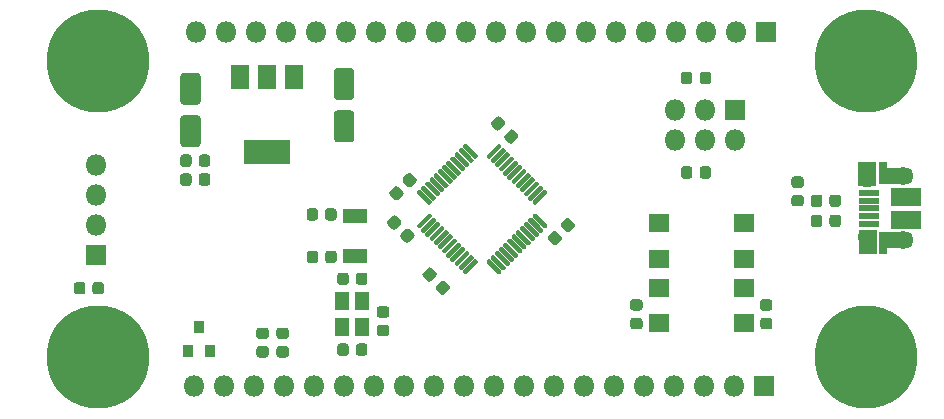
<source format=gbr>
%TF.GenerationSoftware,KiCad,Pcbnew,(5.1.6)-1*%
%TF.CreationDate,2021-01-24T21:28:57-06:00*%
%TF.ProjectId,nix-pill-v1,6e69782d-7069-46c6-9c2d-76312e6b6963,rev?*%
%TF.SameCoordinates,Original*%
%TF.FileFunction,Soldermask,Top*%
%TF.FilePolarity,Negative*%
%FSLAX46Y46*%
G04 Gerber Fmt 4.6, Leading zero omitted, Abs format (unit mm)*
G04 Created by KiCad (PCBNEW (5.1.6)-1) date 2021-01-24 21:28:57*
%MOMM*%
%LPD*%
G01*
G04 APERTURE LIST*
%ADD10C,1.000000*%
%ADD11C,8.700000*%
%ADD12R,0.900000X1.000000*%
%ADD13O,1.800000X1.800000*%
%ADD14R,1.800000X1.800000*%
%ADD15R,2.100000X1.450000*%
%ADD16R,0.800000X1.925000*%
%ADD17R,1.600000X2.100000*%
%ADD18R,1.750000X0.500000*%
%ADD19O,1.600000X1.200000*%
%ADD20O,1.800000X1.450000*%
%ADD21R,2.600000X1.530000*%
%ADD22R,1.700000X1.500000*%
%ADD23R,3.900000X2.100000*%
%ADD24R,2.000000X1.200000*%
%ADD25R,1.300000X1.500000*%
G04 APERTURE END LIST*
D10*
%TO.C,H4*%
X107280419Y-127719581D03*
X105000000Y-126775000D03*
X102719581Y-127719581D03*
X101775000Y-130000000D03*
X102719581Y-132280419D03*
X105000000Y-133225000D03*
X107280419Y-132280419D03*
X108225000Y-130000000D03*
D11*
X105000000Y-130000000D03*
%TD*%
D10*
%TO.C,H3*%
X172280419Y-127719581D03*
X170000000Y-126775000D03*
X167719581Y-127719581D03*
X166775000Y-130000000D03*
X167719581Y-132280419D03*
X170000000Y-133225000D03*
X172280419Y-132280419D03*
X173225000Y-130000000D03*
D11*
X170000000Y-130000000D03*
%TD*%
D10*
%TO.C,H2*%
X172280419Y-102719581D03*
X170000000Y-101775000D03*
X167719581Y-102719581D03*
X166775000Y-105000000D03*
X167719581Y-107280419D03*
X170000000Y-108225000D03*
X172280419Y-107280419D03*
X173225000Y-105000000D03*
D11*
X170000000Y-105000000D03*
%TD*%
D10*
%TO.C,H1*%
X107280419Y-102719581D03*
X105000000Y-101775000D03*
X102719581Y-102719581D03*
X101775000Y-105000000D03*
X102719581Y-107280419D03*
X105000000Y-108225000D03*
X107280419Y-107280419D03*
X108225000Y-105000000D03*
D11*
X105000000Y-105000000D03*
%TD*%
%TO.C,C1*%
G36*
G01*
X105475000Y-123918750D02*
X105475000Y-124481250D01*
G75*
G02*
X105231250Y-124725000I-243750J0D01*
G01*
X104743750Y-124725000D01*
G75*
G02*
X104500000Y-124481250I0J243750D01*
G01*
X104500000Y-123918750D01*
G75*
G02*
X104743750Y-123675000I243750J0D01*
G01*
X105231250Y-123675000D01*
G75*
G02*
X105475000Y-123918750I0J-243750D01*
G01*
G37*
G36*
G01*
X103900000Y-123918750D02*
X103900000Y-124481250D01*
G75*
G02*
X103656250Y-124725000I-243750J0D01*
G01*
X103168750Y-124725000D01*
G75*
G02*
X102925000Y-124481250I0J243750D01*
G01*
X102925000Y-123918750D01*
G75*
G02*
X103168750Y-123675000I243750J0D01*
G01*
X103656250Y-123675000D01*
G75*
G02*
X103900000Y-123918750I0J-243750D01*
G01*
G37*
%TD*%
%TO.C,C2*%
G36*
G01*
X125175000Y-117668750D02*
X125175000Y-118231250D01*
G75*
G02*
X124931250Y-118475000I-243750J0D01*
G01*
X124443750Y-118475000D01*
G75*
G02*
X124200000Y-118231250I0J243750D01*
G01*
X124200000Y-117668750D01*
G75*
G02*
X124443750Y-117425000I243750J0D01*
G01*
X124931250Y-117425000D01*
G75*
G02*
X125175000Y-117668750I0J-243750D01*
G01*
G37*
G36*
G01*
X123600000Y-117668750D02*
X123600000Y-118231250D01*
G75*
G02*
X123356250Y-118475000I-243750J0D01*
G01*
X122868750Y-118475000D01*
G75*
G02*
X122625000Y-118231250I0J243750D01*
G01*
X122625000Y-117668750D01*
G75*
G02*
X122868750Y-117425000I243750J0D01*
G01*
X123356250Y-117425000D01*
G75*
G02*
X123600000Y-117668750I0J-243750D01*
G01*
G37*
%TD*%
%TO.C,C3*%
G36*
G01*
X126800000Y-123681250D02*
X126800000Y-123118750D01*
G75*
G02*
X127043750Y-122875000I243750J0D01*
G01*
X127531250Y-122875000D01*
G75*
G02*
X127775000Y-123118750I0J-243750D01*
G01*
X127775000Y-123681250D01*
G75*
G02*
X127531250Y-123925000I-243750J0D01*
G01*
X127043750Y-123925000D01*
G75*
G02*
X126800000Y-123681250I0J243750D01*
G01*
G37*
G36*
G01*
X125225000Y-123681250D02*
X125225000Y-123118750D01*
G75*
G02*
X125468750Y-122875000I243750J0D01*
G01*
X125956250Y-122875000D01*
G75*
G02*
X126200000Y-123118750I0J-243750D01*
G01*
X126200000Y-123681250D01*
G75*
G02*
X125956250Y-123925000I-243750J0D01*
G01*
X125468750Y-123925000D01*
G75*
G02*
X125225000Y-123681250I0J243750D01*
G01*
G37*
%TD*%
%TO.C,C4*%
G36*
G01*
X161831250Y-126100000D02*
X161268750Y-126100000D01*
G75*
G02*
X161025000Y-125856250I0J243750D01*
G01*
X161025000Y-125368750D01*
G75*
G02*
X161268750Y-125125000I243750J0D01*
G01*
X161831250Y-125125000D01*
G75*
G02*
X162075000Y-125368750I0J-243750D01*
G01*
X162075000Y-125856250D01*
G75*
G02*
X161831250Y-126100000I-243750J0D01*
G01*
G37*
G36*
G01*
X161831250Y-127675000D02*
X161268750Y-127675000D01*
G75*
G02*
X161025000Y-127431250I0J243750D01*
G01*
X161025000Y-126943750D01*
G75*
G02*
X161268750Y-126700000I243750J0D01*
G01*
X161831250Y-126700000D01*
G75*
G02*
X162075000Y-126943750I0J-243750D01*
G01*
X162075000Y-127431250D01*
G75*
G02*
X161831250Y-127675000I-243750J0D01*
G01*
G37*
%TD*%
%TO.C,C5*%
G36*
G01*
X125175000Y-121268750D02*
X125175000Y-121831250D01*
G75*
G02*
X124931250Y-122075000I-243750J0D01*
G01*
X124443750Y-122075000D01*
G75*
G02*
X124200000Y-121831250I0J243750D01*
G01*
X124200000Y-121268750D01*
G75*
G02*
X124443750Y-121025000I243750J0D01*
G01*
X124931250Y-121025000D01*
G75*
G02*
X125175000Y-121268750I0J-243750D01*
G01*
G37*
G36*
G01*
X123600000Y-121268750D02*
X123600000Y-121831250D01*
G75*
G02*
X123356250Y-122075000I-243750J0D01*
G01*
X122868750Y-122075000D01*
G75*
G02*
X122625000Y-121831250I0J243750D01*
G01*
X122625000Y-121268750D01*
G75*
G02*
X122868750Y-121025000I243750J0D01*
G01*
X123356250Y-121025000D01*
G75*
G02*
X123600000Y-121268750I0J-243750D01*
G01*
G37*
%TD*%
%TO.C,C6*%
G36*
G01*
X126200000Y-129118750D02*
X126200000Y-129681250D01*
G75*
G02*
X125956250Y-129925000I-243750J0D01*
G01*
X125468750Y-129925000D01*
G75*
G02*
X125225000Y-129681250I0J243750D01*
G01*
X125225000Y-129118750D01*
G75*
G02*
X125468750Y-128875000I243750J0D01*
G01*
X125956250Y-128875000D01*
G75*
G02*
X126200000Y-129118750I0J-243750D01*
G01*
G37*
G36*
G01*
X127775000Y-129118750D02*
X127775000Y-129681250D01*
G75*
G02*
X127531250Y-129925000I-243750J0D01*
G01*
X127043750Y-129925000D01*
G75*
G02*
X126800000Y-129681250I0J243750D01*
G01*
X126800000Y-129118750D01*
G75*
G02*
X127043750Y-128875000I243750J0D01*
G01*
X127531250Y-128875000D01*
G75*
G02*
X127775000Y-129118750I0J-243750D01*
G01*
G37*
%TD*%
%TO.C,C7*%
G36*
G01*
X112215625Y-105950000D02*
X113384375Y-105950000D01*
G75*
G02*
X113650000Y-106215625I0J-265625D01*
G01*
X113650000Y-108384375D01*
G75*
G02*
X113384375Y-108650000I-265625J0D01*
G01*
X112215625Y-108650000D01*
G75*
G02*
X111950000Y-108384375I0J265625D01*
G01*
X111950000Y-106215625D01*
G75*
G02*
X112215625Y-105950000I265625J0D01*
G01*
G37*
G36*
G01*
X112215625Y-109550000D02*
X113384375Y-109550000D01*
G75*
G02*
X113650000Y-109815625I0J-265625D01*
G01*
X113650000Y-111984375D01*
G75*
G02*
X113384375Y-112250000I-265625J0D01*
G01*
X112215625Y-112250000D01*
G75*
G02*
X111950000Y-111984375I0J265625D01*
G01*
X111950000Y-109815625D01*
G75*
G02*
X112215625Y-109550000I265625J0D01*
G01*
G37*
%TD*%
%TO.C,C8*%
G36*
G01*
X131700435Y-119902688D02*
X131302687Y-120300435D01*
G75*
G02*
X130957973Y-120300435I-172357J172357D01*
G01*
X130613259Y-119955721D01*
G75*
G02*
X130613259Y-119611007I172357J172357D01*
G01*
X131011007Y-119213259D01*
G75*
G02*
X131355721Y-119213259I172357J-172357D01*
G01*
X131700435Y-119557973D01*
G75*
G02*
X131700435Y-119902687I-172357J-172357D01*
G01*
G37*
G36*
G01*
X130586741Y-118788994D02*
X130188993Y-119186741D01*
G75*
G02*
X129844279Y-119186741I-172357J172357D01*
G01*
X129499565Y-118842027D01*
G75*
G02*
X129499565Y-118497313I172357J172357D01*
G01*
X129897313Y-118099565D01*
G75*
G02*
X130242027Y-118099565I172357J-172357D01*
G01*
X130586741Y-118444279D01*
G75*
G02*
X130586741Y-118788993I-172357J-172357D01*
G01*
G37*
%TD*%
%TO.C,C9*%
G36*
G01*
X126384375Y-108250000D02*
X125215625Y-108250000D01*
G75*
G02*
X124950000Y-107984375I0J265625D01*
G01*
X124950000Y-105815625D01*
G75*
G02*
X125215625Y-105550000I265625J0D01*
G01*
X126384375Y-105550000D01*
G75*
G02*
X126650000Y-105815625I0J-265625D01*
G01*
X126650000Y-107984375D01*
G75*
G02*
X126384375Y-108250000I-265625J0D01*
G01*
G37*
G36*
G01*
X126384375Y-111850000D02*
X125215625Y-111850000D01*
G75*
G02*
X124950000Y-111584375I0J265625D01*
G01*
X124950000Y-109415625D01*
G75*
G02*
X125215625Y-109150000I265625J0D01*
G01*
X126384375Y-109150000D01*
G75*
G02*
X126650000Y-109415625I0J-265625D01*
G01*
X126650000Y-111584375D01*
G75*
G02*
X126384375Y-111850000I-265625J0D01*
G01*
G37*
%TD*%
%TO.C,C10*%
G36*
G01*
X131211006Y-115586741D02*
X130813259Y-115188993D01*
G75*
G02*
X130813259Y-114844279I172357J172357D01*
G01*
X131157973Y-114499565D01*
G75*
G02*
X131502687Y-114499565I172357J-172357D01*
G01*
X131900435Y-114897313D01*
G75*
G02*
X131900435Y-115242027I-172357J-172357D01*
G01*
X131555721Y-115586741D01*
G75*
G02*
X131211007Y-115586741I-172357J172357D01*
G01*
G37*
G36*
G01*
X130097312Y-116700435D02*
X129699565Y-116302687D01*
G75*
G02*
X129699565Y-115957973I172357J172357D01*
G01*
X130044279Y-115613259D01*
G75*
G02*
X130388993Y-115613259I172357J-172357D01*
G01*
X130786741Y-116011007D01*
G75*
G02*
X130786741Y-116355721I-172357J-172357D01*
G01*
X130442027Y-116700435D01*
G75*
G02*
X130097313Y-116700435I-172357J172357D01*
G01*
G37*
%TD*%
%TO.C,C11*%
G36*
G01*
X134700435Y-124302688D02*
X134302687Y-124700435D01*
G75*
G02*
X133957973Y-124700435I-172357J172357D01*
G01*
X133613259Y-124355721D01*
G75*
G02*
X133613259Y-124011007I172357J172357D01*
G01*
X134011007Y-123613259D01*
G75*
G02*
X134355721Y-123613259I172357J-172357D01*
G01*
X134700435Y-123957973D01*
G75*
G02*
X134700435Y-124302687I-172357J-172357D01*
G01*
G37*
G36*
G01*
X133586741Y-123188994D02*
X133188993Y-123586741D01*
G75*
G02*
X132844279Y-123586741I-172357J172357D01*
G01*
X132499565Y-123242027D01*
G75*
G02*
X132499565Y-122897313I172357J172357D01*
G01*
X132897313Y-122499565D01*
G75*
G02*
X133242027Y-122499565I172357J-172357D01*
G01*
X133586741Y-122844279D01*
G75*
G02*
X133586741Y-123188993I-172357J-172357D01*
G01*
G37*
%TD*%
%TO.C,C12*%
G36*
G01*
X139413259Y-111211006D02*
X139811007Y-110813259D01*
G75*
G02*
X140155721Y-110813259I172357J-172357D01*
G01*
X140500435Y-111157973D01*
G75*
G02*
X140500435Y-111502687I-172357J-172357D01*
G01*
X140102687Y-111900435D01*
G75*
G02*
X139757973Y-111900435I-172357J172357D01*
G01*
X139413259Y-111555721D01*
G75*
G02*
X139413259Y-111211007I172357J172357D01*
G01*
G37*
G36*
G01*
X138299565Y-110097312D02*
X138697313Y-109699565D01*
G75*
G02*
X139042027Y-109699565I172357J-172357D01*
G01*
X139386741Y-110044279D01*
G75*
G02*
X139386741Y-110388993I-172357J-172357D01*
G01*
X138988993Y-110786741D01*
G75*
G02*
X138644279Y-110786741I-172357J172357D01*
G01*
X138299565Y-110442027D01*
G75*
G02*
X138299565Y-110097313I172357J172357D01*
G01*
G37*
%TD*%
%TO.C,C13*%
G36*
G01*
X144902688Y-118299565D02*
X145300435Y-118697313D01*
G75*
G02*
X145300435Y-119042027I-172357J-172357D01*
G01*
X144955721Y-119386741D01*
G75*
G02*
X144611007Y-119386741I-172357J172357D01*
G01*
X144213259Y-118988993D01*
G75*
G02*
X144213259Y-118644279I172357J172357D01*
G01*
X144557973Y-118299565D01*
G75*
G02*
X144902687Y-118299565I172357J-172357D01*
G01*
G37*
G36*
G01*
X143788994Y-119413259D02*
X144186741Y-119811007D01*
G75*
G02*
X144186741Y-120155721I-172357J-172357D01*
G01*
X143842027Y-120500435D01*
G75*
G02*
X143497313Y-120500435I-172357J172357D01*
G01*
X143099565Y-120102687D01*
G75*
G02*
X143099565Y-119757973I172357J172357D01*
G01*
X143444279Y-119413259D01*
G75*
G02*
X143788993Y-119413259I172357J-172357D01*
G01*
G37*
%TD*%
%TO.C,D1*%
G36*
G01*
X118618750Y-129100000D02*
X119181250Y-129100000D01*
G75*
G02*
X119425000Y-129343750I0J-243750D01*
G01*
X119425000Y-129831250D01*
G75*
G02*
X119181250Y-130075000I-243750J0D01*
G01*
X118618750Y-130075000D01*
G75*
G02*
X118375000Y-129831250I0J243750D01*
G01*
X118375000Y-129343750D01*
G75*
G02*
X118618750Y-129100000I243750J0D01*
G01*
G37*
G36*
G01*
X118618750Y-127525000D02*
X119181250Y-127525000D01*
G75*
G02*
X119425000Y-127768750I0J-243750D01*
G01*
X119425000Y-128256250D01*
G75*
G02*
X119181250Y-128500000I-243750J0D01*
G01*
X118618750Y-128500000D01*
G75*
G02*
X118375000Y-128256250I0J243750D01*
G01*
X118375000Y-127768750D01*
G75*
G02*
X118618750Y-127525000I243750J0D01*
G01*
G37*
%TD*%
%TO.C,D2*%
G36*
G01*
X111925000Y-115281250D02*
X111925000Y-114718750D01*
G75*
G02*
X112168750Y-114475000I243750J0D01*
G01*
X112656250Y-114475000D01*
G75*
G02*
X112900000Y-114718750I0J-243750D01*
G01*
X112900000Y-115281250D01*
G75*
G02*
X112656250Y-115525000I-243750J0D01*
G01*
X112168750Y-115525000D01*
G75*
G02*
X111925000Y-115281250I0J243750D01*
G01*
G37*
G36*
G01*
X113500000Y-115281250D02*
X113500000Y-114718750D01*
G75*
G02*
X113743750Y-114475000I243750J0D01*
G01*
X114231250Y-114475000D01*
G75*
G02*
X114475000Y-114718750I0J-243750D01*
G01*
X114475000Y-115281250D01*
G75*
G02*
X114231250Y-115525000I-243750J0D01*
G01*
X113743750Y-115525000D01*
G75*
G02*
X113500000Y-115281250I0J243750D01*
G01*
G37*
%TD*%
D12*
%TO.C,D3*%
X112550000Y-129500000D03*
X114450000Y-129500000D03*
X113500000Y-127500000D03*
%TD*%
D13*
%TO.C,J1*%
X113240000Y-102500000D03*
X115780000Y-102500000D03*
X118320000Y-102500000D03*
X120860000Y-102500000D03*
X123400000Y-102500000D03*
X125940000Y-102500000D03*
X128480000Y-102500000D03*
X131020000Y-102500000D03*
X133560000Y-102500000D03*
X136100000Y-102500000D03*
X138640000Y-102500000D03*
X141180000Y-102500000D03*
X143720000Y-102500000D03*
X146260000Y-102500000D03*
X148800000Y-102500000D03*
X151340000Y-102500000D03*
X153880000Y-102500000D03*
X156420000Y-102500000D03*
X158960000Y-102500000D03*
D14*
X161500000Y-102500000D03*
%TD*%
%TO.C,J2*%
X158860000Y-109100000D03*
D13*
X158860000Y-111640000D03*
X156320000Y-109100000D03*
X156320000Y-111640000D03*
X153780000Y-109100000D03*
X153780000Y-111640000D03*
%TD*%
D14*
%TO.C,J3*%
X161360000Y-132500000D03*
D13*
X158820000Y-132500000D03*
X156280000Y-132500000D03*
X153740000Y-132500000D03*
X151200000Y-132500000D03*
X148660000Y-132500000D03*
X146120000Y-132500000D03*
X143580000Y-132500000D03*
X141040000Y-132500000D03*
X138500000Y-132500000D03*
X135960000Y-132500000D03*
X133420000Y-132500000D03*
X130880000Y-132500000D03*
X128340000Y-132500000D03*
X125800000Y-132500000D03*
X123260000Y-132500000D03*
X120720000Y-132500000D03*
X118180000Y-132500000D03*
X115640000Y-132500000D03*
X113100000Y-132500000D03*
%TD*%
D14*
%TO.C,J4*%
X104800000Y-121400000D03*
D13*
X104800000Y-118860000D03*
X104800000Y-116320000D03*
X104800000Y-113780000D03*
%TD*%
D15*
%TO.C,J5*%
X172185000Y-114675000D03*
X172185000Y-120155000D03*
D16*
X171435000Y-120375000D03*
X171435000Y-114425000D03*
D17*
X170135000Y-120275000D03*
X170115000Y-114525000D03*
D18*
X170235000Y-118725000D03*
X170235000Y-118075000D03*
X170235000Y-117425000D03*
X170235000Y-116775000D03*
X170235000Y-116125000D03*
D19*
X170115000Y-119845000D03*
X170115000Y-115005000D03*
D20*
X173115000Y-120155000D03*
X173115000Y-114695000D03*
D21*
X173385000Y-118385000D03*
X173385000Y-116465000D03*
%TD*%
%TO.C,R1*%
G36*
G01*
X120318750Y-129100000D02*
X120881250Y-129100000D01*
G75*
G02*
X121125000Y-129343750I0J-243750D01*
G01*
X121125000Y-129831250D01*
G75*
G02*
X120881250Y-130075000I-243750J0D01*
G01*
X120318750Y-130075000D01*
G75*
G02*
X120075000Y-129831250I0J243750D01*
G01*
X120075000Y-129343750D01*
G75*
G02*
X120318750Y-129100000I243750J0D01*
G01*
G37*
G36*
G01*
X120318750Y-127525000D02*
X120881250Y-127525000D01*
G75*
G02*
X121125000Y-127768750I0J-243750D01*
G01*
X121125000Y-128256250D01*
G75*
G02*
X120881250Y-128500000I-243750J0D01*
G01*
X120318750Y-128500000D01*
G75*
G02*
X120075000Y-128256250I0J243750D01*
G01*
X120075000Y-127768750D01*
G75*
G02*
X120318750Y-127525000I243750J0D01*
G01*
G37*
%TD*%
%TO.C,R2*%
G36*
G01*
X111925000Y-113681250D02*
X111925000Y-113118750D01*
G75*
G02*
X112168750Y-112875000I243750J0D01*
G01*
X112656250Y-112875000D01*
G75*
G02*
X112900000Y-113118750I0J-243750D01*
G01*
X112900000Y-113681250D01*
G75*
G02*
X112656250Y-113925000I-243750J0D01*
G01*
X112168750Y-113925000D01*
G75*
G02*
X111925000Y-113681250I0J243750D01*
G01*
G37*
G36*
G01*
X113500000Y-113681250D02*
X113500000Y-113118750D01*
G75*
G02*
X113743750Y-112875000I243750J0D01*
G01*
X114231250Y-112875000D01*
G75*
G02*
X114475000Y-113118750I0J-243750D01*
G01*
X114475000Y-113681250D01*
G75*
G02*
X114231250Y-113925000I-243750J0D01*
G01*
X113743750Y-113925000D01*
G75*
G02*
X113500000Y-113681250I0J243750D01*
G01*
G37*
%TD*%
%TO.C,R3*%
G36*
G01*
X154325000Y-106681250D02*
X154325000Y-106118750D01*
G75*
G02*
X154568750Y-105875000I243750J0D01*
G01*
X155056250Y-105875000D01*
G75*
G02*
X155300000Y-106118750I0J-243750D01*
G01*
X155300000Y-106681250D01*
G75*
G02*
X155056250Y-106925000I-243750J0D01*
G01*
X154568750Y-106925000D01*
G75*
G02*
X154325000Y-106681250I0J243750D01*
G01*
G37*
G36*
G01*
X155900000Y-106681250D02*
X155900000Y-106118750D01*
G75*
G02*
X156143750Y-105875000I243750J0D01*
G01*
X156631250Y-105875000D01*
G75*
G02*
X156875000Y-106118750I0J-243750D01*
G01*
X156875000Y-106681250D01*
G75*
G02*
X156631250Y-106925000I-243750J0D01*
G01*
X156143750Y-106925000D01*
G75*
G02*
X155900000Y-106681250I0J243750D01*
G01*
G37*
%TD*%
%TO.C,R4*%
G36*
G01*
X155300000Y-114118750D02*
X155300000Y-114681250D01*
G75*
G02*
X155056250Y-114925000I-243750J0D01*
G01*
X154568750Y-114925000D01*
G75*
G02*
X154325000Y-114681250I0J243750D01*
G01*
X154325000Y-114118750D01*
G75*
G02*
X154568750Y-113875000I243750J0D01*
G01*
X155056250Y-113875000D01*
G75*
G02*
X155300000Y-114118750I0J-243750D01*
G01*
G37*
G36*
G01*
X156875000Y-114118750D02*
X156875000Y-114681250D01*
G75*
G02*
X156631250Y-114925000I-243750J0D01*
G01*
X156143750Y-114925000D01*
G75*
G02*
X155900000Y-114681250I0J243750D01*
G01*
X155900000Y-114118750D01*
G75*
G02*
X156143750Y-113875000I243750J0D01*
G01*
X156631250Y-113875000D01*
G75*
G02*
X156875000Y-114118750I0J-243750D01*
G01*
G37*
%TD*%
%TO.C,R5*%
G36*
G01*
X150268750Y-126700000D02*
X150831250Y-126700000D01*
G75*
G02*
X151075000Y-126943750I0J-243750D01*
G01*
X151075000Y-127431250D01*
G75*
G02*
X150831250Y-127675000I-243750J0D01*
G01*
X150268750Y-127675000D01*
G75*
G02*
X150025000Y-127431250I0J243750D01*
G01*
X150025000Y-126943750D01*
G75*
G02*
X150268750Y-126700000I243750J0D01*
G01*
G37*
G36*
G01*
X150268750Y-125125000D02*
X150831250Y-125125000D01*
G75*
G02*
X151075000Y-125368750I0J-243750D01*
G01*
X151075000Y-125856250D01*
G75*
G02*
X150831250Y-126100000I-243750J0D01*
G01*
X150268750Y-126100000D01*
G75*
G02*
X150025000Y-125856250I0J243750D01*
G01*
X150025000Y-125368750D01*
G75*
G02*
X150268750Y-125125000I243750J0D01*
G01*
G37*
%TD*%
%TO.C,R6*%
G36*
G01*
X166900000Y-117081250D02*
X166900000Y-116518750D01*
G75*
G02*
X167143750Y-116275000I243750J0D01*
G01*
X167631250Y-116275000D01*
G75*
G02*
X167875000Y-116518750I0J-243750D01*
G01*
X167875000Y-117081250D01*
G75*
G02*
X167631250Y-117325000I-243750J0D01*
G01*
X167143750Y-117325000D01*
G75*
G02*
X166900000Y-117081250I0J243750D01*
G01*
G37*
G36*
G01*
X165325000Y-117081250D02*
X165325000Y-116518750D01*
G75*
G02*
X165568750Y-116275000I243750J0D01*
G01*
X166056250Y-116275000D01*
G75*
G02*
X166300000Y-116518750I0J-243750D01*
G01*
X166300000Y-117081250D01*
G75*
G02*
X166056250Y-117325000I-243750J0D01*
G01*
X165568750Y-117325000D01*
G75*
G02*
X165325000Y-117081250I0J243750D01*
G01*
G37*
%TD*%
%TO.C,R7*%
G36*
G01*
X165325000Y-118781250D02*
X165325000Y-118218750D01*
G75*
G02*
X165568750Y-117975000I243750J0D01*
G01*
X166056250Y-117975000D01*
G75*
G02*
X166300000Y-118218750I0J-243750D01*
G01*
X166300000Y-118781250D01*
G75*
G02*
X166056250Y-119025000I-243750J0D01*
G01*
X165568750Y-119025000D01*
G75*
G02*
X165325000Y-118781250I0J243750D01*
G01*
G37*
G36*
G01*
X166900000Y-118781250D02*
X166900000Y-118218750D01*
G75*
G02*
X167143750Y-117975000I243750J0D01*
G01*
X167631250Y-117975000D01*
G75*
G02*
X167875000Y-118218750I0J-243750D01*
G01*
X167875000Y-118781250D01*
G75*
G02*
X167631250Y-119025000I-243750J0D01*
G01*
X167143750Y-119025000D01*
G75*
G02*
X166900000Y-118781250I0J243750D01*
G01*
G37*
%TD*%
%TO.C,R8*%
G36*
G01*
X163918750Y-114725000D02*
X164481250Y-114725000D01*
G75*
G02*
X164725000Y-114968750I0J-243750D01*
G01*
X164725000Y-115456250D01*
G75*
G02*
X164481250Y-115700000I-243750J0D01*
G01*
X163918750Y-115700000D01*
G75*
G02*
X163675000Y-115456250I0J243750D01*
G01*
X163675000Y-114968750D01*
G75*
G02*
X163918750Y-114725000I243750J0D01*
G01*
G37*
G36*
G01*
X163918750Y-116300000D02*
X164481250Y-116300000D01*
G75*
G02*
X164725000Y-116543750I0J-243750D01*
G01*
X164725000Y-117031250D01*
G75*
G02*
X164481250Y-117275000I-243750J0D01*
G01*
X163918750Y-117275000D01*
G75*
G02*
X163675000Y-117031250I0J243750D01*
G01*
X163675000Y-116543750D01*
G75*
G02*
X163918750Y-116300000I243750J0D01*
G01*
G37*
%TD*%
%TO.C,R9*%
G36*
G01*
X128818750Y-125725000D02*
X129381250Y-125725000D01*
G75*
G02*
X129625000Y-125968750I0J-243750D01*
G01*
X129625000Y-126456250D01*
G75*
G02*
X129381250Y-126700000I-243750J0D01*
G01*
X128818750Y-126700000D01*
G75*
G02*
X128575000Y-126456250I0J243750D01*
G01*
X128575000Y-125968750D01*
G75*
G02*
X128818750Y-125725000I243750J0D01*
G01*
G37*
G36*
G01*
X128818750Y-127300000D02*
X129381250Y-127300000D01*
G75*
G02*
X129625000Y-127543750I0J-243750D01*
G01*
X129625000Y-128031250D01*
G75*
G02*
X129381250Y-128275000I-243750J0D01*
G01*
X128818750Y-128275000D01*
G75*
G02*
X128575000Y-128031250I0J243750D01*
G01*
X128575000Y-127543750D01*
G75*
G02*
X128818750Y-127300000I243750J0D01*
G01*
G37*
%TD*%
D22*
%TO.C,SW1*%
X159650000Y-118700000D03*
X152450000Y-118700000D03*
X159650000Y-121700000D03*
X152450000Y-121700000D03*
%TD*%
%TO.C,SW2*%
X152450000Y-127150000D03*
X159650000Y-127150000D03*
X152450000Y-124150000D03*
X159650000Y-124150000D03*
%TD*%
D23*
%TO.C,U1*%
X119300000Y-112650000D03*
D17*
X119300000Y-106350000D03*
X117000000Y-106350000D03*
X121600000Y-106350000D03*
%TD*%
%TO.C,U2*%
G36*
G01*
X132125988Y-119126345D02*
X131984566Y-118984924D01*
G75*
G02*
X131984566Y-118843502I70711J70711D01*
G01*
X132956838Y-117871230D01*
G75*
G02*
X133098260Y-117871230I70711J-70711D01*
G01*
X133239682Y-118012652D01*
G75*
G02*
X133239682Y-118154074I-70711J-70711D01*
G01*
X132267410Y-119126346D01*
G75*
G02*
X132125988Y-119126346I-70711J70711D01*
G01*
G37*
G36*
G01*
X132479542Y-119479899D02*
X132338120Y-119338478D01*
G75*
G02*
X132338120Y-119197056I70711J70711D01*
G01*
X133310392Y-118224784D01*
G75*
G02*
X133451814Y-118224784I70711J-70711D01*
G01*
X133593236Y-118366206D01*
G75*
G02*
X133593236Y-118507628I-70711J-70711D01*
G01*
X132620964Y-119479900D01*
G75*
G02*
X132479542Y-119479900I-70711J70711D01*
G01*
G37*
G36*
G01*
X132833095Y-119833452D02*
X132691673Y-119692031D01*
G75*
G02*
X132691673Y-119550609I70711J70711D01*
G01*
X133663945Y-118578337D01*
G75*
G02*
X133805367Y-118578337I70711J-70711D01*
G01*
X133946789Y-118719759D01*
G75*
G02*
X133946789Y-118861181I-70711J-70711D01*
G01*
X132974517Y-119833453D01*
G75*
G02*
X132833095Y-119833453I-70711J70711D01*
G01*
G37*
G36*
G01*
X133186649Y-120187006D02*
X133045227Y-120045585D01*
G75*
G02*
X133045227Y-119904163I70711J70711D01*
G01*
X134017499Y-118931891D01*
G75*
G02*
X134158921Y-118931891I70711J-70711D01*
G01*
X134300343Y-119073313D01*
G75*
G02*
X134300343Y-119214735I-70711J-70711D01*
G01*
X133328071Y-120187007D01*
G75*
G02*
X133186649Y-120187007I-70711J70711D01*
G01*
G37*
G36*
G01*
X133540202Y-120540559D02*
X133398780Y-120399138D01*
G75*
G02*
X133398780Y-120257716I70711J70711D01*
G01*
X134371052Y-119285444D01*
G75*
G02*
X134512474Y-119285444I70711J-70711D01*
G01*
X134653896Y-119426866D01*
G75*
G02*
X134653896Y-119568288I-70711J-70711D01*
G01*
X133681624Y-120540560D01*
G75*
G02*
X133540202Y-120540560I-70711J70711D01*
G01*
G37*
G36*
G01*
X133893755Y-120894112D02*
X133752333Y-120752691D01*
G75*
G02*
X133752333Y-120611269I70711J70711D01*
G01*
X134724605Y-119638997D01*
G75*
G02*
X134866027Y-119638997I70711J-70711D01*
G01*
X135007449Y-119780419D01*
G75*
G02*
X135007449Y-119921841I-70711J-70711D01*
G01*
X134035177Y-120894113D01*
G75*
G02*
X133893755Y-120894113I-70711J70711D01*
G01*
G37*
G36*
G01*
X134247309Y-121247666D02*
X134105887Y-121106245D01*
G75*
G02*
X134105887Y-120964823I70711J70711D01*
G01*
X135078159Y-119992551D01*
G75*
G02*
X135219581Y-119992551I70711J-70711D01*
G01*
X135361003Y-120133973D01*
G75*
G02*
X135361003Y-120275395I-70711J-70711D01*
G01*
X134388731Y-121247667D01*
G75*
G02*
X134247309Y-121247667I-70711J70711D01*
G01*
G37*
G36*
G01*
X134600862Y-121601219D02*
X134459440Y-121459798D01*
G75*
G02*
X134459440Y-121318376I70711J70711D01*
G01*
X135431712Y-120346104D01*
G75*
G02*
X135573134Y-120346104I70711J-70711D01*
G01*
X135714556Y-120487526D01*
G75*
G02*
X135714556Y-120628948I-70711J-70711D01*
G01*
X134742284Y-121601220D01*
G75*
G02*
X134600862Y-121601220I-70711J70711D01*
G01*
G37*
G36*
G01*
X134954415Y-121954772D02*
X134812993Y-121813351D01*
G75*
G02*
X134812993Y-121671929I70711J70711D01*
G01*
X135785265Y-120699657D01*
G75*
G02*
X135926687Y-120699657I70711J-70711D01*
G01*
X136068109Y-120841079D01*
G75*
G02*
X136068109Y-120982501I-70711J-70711D01*
G01*
X135095837Y-121954773D01*
G75*
G02*
X134954415Y-121954773I-70711J70711D01*
G01*
G37*
G36*
G01*
X135307969Y-122308326D02*
X135166547Y-122166905D01*
G75*
G02*
X135166547Y-122025483I70711J70711D01*
G01*
X136138819Y-121053211D01*
G75*
G02*
X136280241Y-121053211I70711J-70711D01*
G01*
X136421663Y-121194633D01*
G75*
G02*
X136421663Y-121336055I-70711J-70711D01*
G01*
X135449391Y-122308327D01*
G75*
G02*
X135307969Y-122308327I-70711J70711D01*
G01*
G37*
G36*
G01*
X135661522Y-122661879D02*
X135520100Y-122520458D01*
G75*
G02*
X135520100Y-122379036I70711J70711D01*
G01*
X136492372Y-121406764D01*
G75*
G02*
X136633794Y-121406764I70711J-70711D01*
G01*
X136775216Y-121548186D01*
G75*
G02*
X136775216Y-121689608I-70711J-70711D01*
G01*
X135802944Y-122661880D01*
G75*
G02*
X135661522Y-122661880I-70711J70711D01*
G01*
G37*
G36*
G01*
X136015076Y-123015433D02*
X135873654Y-122874012D01*
G75*
G02*
X135873654Y-122732590I70711J70711D01*
G01*
X136845926Y-121760318D01*
G75*
G02*
X136987348Y-121760318I70711J-70711D01*
G01*
X137128770Y-121901740D01*
G75*
G02*
X137128770Y-122043162I-70711J-70711D01*
G01*
X136156498Y-123015434D01*
G75*
G02*
X136015076Y-123015434I-70711J70711D01*
G01*
G37*
G36*
G01*
X138843503Y-123015433D02*
X137871230Y-122043162D01*
G75*
G02*
X137871230Y-121901740I70711J70711D01*
G01*
X138012652Y-121760318D01*
G75*
G02*
X138154074Y-121760318I70711J-70711D01*
G01*
X139126346Y-122732590D01*
G75*
G02*
X139126346Y-122874012I-70711J-70711D01*
G01*
X138984924Y-123015434D01*
G75*
G02*
X138843502Y-123015434I-70711J70711D01*
G01*
G37*
G36*
G01*
X139197057Y-122661879D02*
X138224784Y-121689608D01*
G75*
G02*
X138224784Y-121548186I70711J70711D01*
G01*
X138366206Y-121406764D01*
G75*
G02*
X138507628Y-121406764I70711J-70711D01*
G01*
X139479900Y-122379036D01*
G75*
G02*
X139479900Y-122520458I-70711J-70711D01*
G01*
X139338478Y-122661880D01*
G75*
G02*
X139197056Y-122661880I-70711J70711D01*
G01*
G37*
G36*
G01*
X139550610Y-122308326D02*
X138578337Y-121336055D01*
G75*
G02*
X138578337Y-121194633I70711J70711D01*
G01*
X138719759Y-121053211D01*
G75*
G02*
X138861181Y-121053211I70711J-70711D01*
G01*
X139833453Y-122025483D01*
G75*
G02*
X139833453Y-122166905I-70711J-70711D01*
G01*
X139692031Y-122308327D01*
G75*
G02*
X139550609Y-122308327I-70711J70711D01*
G01*
G37*
G36*
G01*
X139904164Y-121954772D02*
X138931891Y-120982501D01*
G75*
G02*
X138931891Y-120841079I70711J70711D01*
G01*
X139073313Y-120699657D01*
G75*
G02*
X139214735Y-120699657I70711J-70711D01*
G01*
X140187007Y-121671929D01*
G75*
G02*
X140187007Y-121813351I-70711J-70711D01*
G01*
X140045585Y-121954773D01*
G75*
G02*
X139904163Y-121954773I-70711J70711D01*
G01*
G37*
G36*
G01*
X140257717Y-121601219D02*
X139285444Y-120628948D01*
G75*
G02*
X139285444Y-120487526I70711J70711D01*
G01*
X139426866Y-120346104D01*
G75*
G02*
X139568288Y-120346104I70711J-70711D01*
G01*
X140540560Y-121318376D01*
G75*
G02*
X140540560Y-121459798I-70711J-70711D01*
G01*
X140399138Y-121601220D01*
G75*
G02*
X140257716Y-121601220I-70711J70711D01*
G01*
G37*
G36*
G01*
X140611270Y-121247666D02*
X139638997Y-120275395D01*
G75*
G02*
X139638997Y-120133973I70711J70711D01*
G01*
X139780419Y-119992551D01*
G75*
G02*
X139921841Y-119992551I70711J-70711D01*
G01*
X140894113Y-120964823D01*
G75*
G02*
X140894113Y-121106245I-70711J-70711D01*
G01*
X140752691Y-121247667D01*
G75*
G02*
X140611269Y-121247667I-70711J70711D01*
G01*
G37*
G36*
G01*
X140964824Y-120894112D02*
X139992551Y-119921841D01*
G75*
G02*
X139992551Y-119780419I70711J70711D01*
G01*
X140133973Y-119638997D01*
G75*
G02*
X140275395Y-119638997I70711J-70711D01*
G01*
X141247667Y-120611269D01*
G75*
G02*
X141247667Y-120752691I-70711J-70711D01*
G01*
X141106245Y-120894113D01*
G75*
G02*
X140964823Y-120894113I-70711J70711D01*
G01*
G37*
G36*
G01*
X141318377Y-120540559D02*
X140346104Y-119568288D01*
G75*
G02*
X140346104Y-119426866I70711J70711D01*
G01*
X140487526Y-119285444D01*
G75*
G02*
X140628948Y-119285444I70711J-70711D01*
G01*
X141601220Y-120257716D01*
G75*
G02*
X141601220Y-120399138I-70711J-70711D01*
G01*
X141459798Y-120540560D01*
G75*
G02*
X141318376Y-120540560I-70711J70711D01*
G01*
G37*
G36*
G01*
X141671930Y-120187006D02*
X140699657Y-119214735D01*
G75*
G02*
X140699657Y-119073313I70711J70711D01*
G01*
X140841079Y-118931891D01*
G75*
G02*
X140982501Y-118931891I70711J-70711D01*
G01*
X141954773Y-119904163D01*
G75*
G02*
X141954773Y-120045585I-70711J-70711D01*
G01*
X141813351Y-120187007D01*
G75*
G02*
X141671929Y-120187007I-70711J70711D01*
G01*
G37*
G36*
G01*
X142025484Y-119833452D02*
X141053211Y-118861181D01*
G75*
G02*
X141053211Y-118719759I70711J70711D01*
G01*
X141194633Y-118578337D01*
G75*
G02*
X141336055Y-118578337I70711J-70711D01*
G01*
X142308327Y-119550609D01*
G75*
G02*
X142308327Y-119692031I-70711J-70711D01*
G01*
X142166905Y-119833453D01*
G75*
G02*
X142025483Y-119833453I-70711J70711D01*
G01*
G37*
G36*
G01*
X142379037Y-119479899D02*
X141406764Y-118507628D01*
G75*
G02*
X141406764Y-118366206I70711J70711D01*
G01*
X141548186Y-118224784D01*
G75*
G02*
X141689608Y-118224784I70711J-70711D01*
G01*
X142661880Y-119197056D01*
G75*
G02*
X142661880Y-119338478I-70711J-70711D01*
G01*
X142520458Y-119479900D01*
G75*
G02*
X142379036Y-119479900I-70711J70711D01*
G01*
G37*
G36*
G01*
X142732591Y-119126345D02*
X141760318Y-118154074D01*
G75*
G02*
X141760318Y-118012652I70711J70711D01*
G01*
X141901740Y-117871230D01*
G75*
G02*
X142043162Y-117871230I70711J-70711D01*
G01*
X143015434Y-118843502D01*
G75*
G02*
X143015434Y-118984924I-70711J-70711D01*
G01*
X142874012Y-119126346D01*
G75*
G02*
X142732590Y-119126346I-70711J70711D01*
G01*
G37*
G36*
G01*
X141901740Y-117128769D02*
X141760318Y-116987348D01*
G75*
G02*
X141760318Y-116845926I70711J70711D01*
G01*
X142732590Y-115873654D01*
G75*
G02*
X142874012Y-115873654I70711J-70711D01*
G01*
X143015434Y-116015076D01*
G75*
G02*
X143015434Y-116156498I-70711J-70711D01*
G01*
X142043162Y-117128770D01*
G75*
G02*
X141901740Y-117128770I-70711J70711D01*
G01*
G37*
G36*
G01*
X141548186Y-116775215D02*
X141406764Y-116633794D01*
G75*
G02*
X141406764Y-116492372I70711J70711D01*
G01*
X142379036Y-115520100D01*
G75*
G02*
X142520458Y-115520100I70711J-70711D01*
G01*
X142661880Y-115661522D01*
G75*
G02*
X142661880Y-115802944I-70711J-70711D01*
G01*
X141689608Y-116775216D01*
G75*
G02*
X141548186Y-116775216I-70711J70711D01*
G01*
G37*
G36*
G01*
X141194633Y-116421662D02*
X141053211Y-116280241D01*
G75*
G02*
X141053211Y-116138819I70711J70711D01*
G01*
X142025483Y-115166547D01*
G75*
G02*
X142166905Y-115166547I70711J-70711D01*
G01*
X142308327Y-115307969D01*
G75*
G02*
X142308327Y-115449391I-70711J-70711D01*
G01*
X141336055Y-116421663D01*
G75*
G02*
X141194633Y-116421663I-70711J70711D01*
G01*
G37*
G36*
G01*
X140841079Y-116068108D02*
X140699657Y-115926687D01*
G75*
G02*
X140699657Y-115785265I70711J70711D01*
G01*
X141671929Y-114812993D01*
G75*
G02*
X141813351Y-114812993I70711J-70711D01*
G01*
X141954773Y-114954415D01*
G75*
G02*
X141954773Y-115095837I-70711J-70711D01*
G01*
X140982501Y-116068109D01*
G75*
G02*
X140841079Y-116068109I-70711J70711D01*
G01*
G37*
G36*
G01*
X140487526Y-115714555D02*
X140346104Y-115573134D01*
G75*
G02*
X140346104Y-115431712I70711J70711D01*
G01*
X141318376Y-114459440D01*
G75*
G02*
X141459798Y-114459440I70711J-70711D01*
G01*
X141601220Y-114600862D01*
G75*
G02*
X141601220Y-114742284I-70711J-70711D01*
G01*
X140628948Y-115714556D01*
G75*
G02*
X140487526Y-115714556I-70711J70711D01*
G01*
G37*
G36*
G01*
X140133973Y-115361002D02*
X139992551Y-115219581D01*
G75*
G02*
X139992551Y-115078159I70711J70711D01*
G01*
X140964823Y-114105887D01*
G75*
G02*
X141106245Y-114105887I70711J-70711D01*
G01*
X141247667Y-114247309D01*
G75*
G02*
X141247667Y-114388731I-70711J-70711D01*
G01*
X140275395Y-115361003D01*
G75*
G02*
X140133973Y-115361003I-70711J70711D01*
G01*
G37*
G36*
G01*
X139780419Y-115007448D02*
X139638997Y-114866027D01*
G75*
G02*
X139638997Y-114724605I70711J70711D01*
G01*
X140611269Y-113752333D01*
G75*
G02*
X140752691Y-113752333I70711J-70711D01*
G01*
X140894113Y-113893755D01*
G75*
G02*
X140894113Y-114035177I-70711J-70711D01*
G01*
X139921841Y-115007449D01*
G75*
G02*
X139780419Y-115007449I-70711J70711D01*
G01*
G37*
G36*
G01*
X139426866Y-114653895D02*
X139285444Y-114512474D01*
G75*
G02*
X139285444Y-114371052I70711J70711D01*
G01*
X140257716Y-113398780D01*
G75*
G02*
X140399138Y-113398780I70711J-70711D01*
G01*
X140540560Y-113540202D01*
G75*
G02*
X140540560Y-113681624I-70711J-70711D01*
G01*
X139568288Y-114653896D01*
G75*
G02*
X139426866Y-114653896I-70711J70711D01*
G01*
G37*
G36*
G01*
X139073313Y-114300342D02*
X138931891Y-114158921D01*
G75*
G02*
X138931891Y-114017499I70711J70711D01*
G01*
X139904163Y-113045227D01*
G75*
G02*
X140045585Y-113045227I70711J-70711D01*
G01*
X140187007Y-113186649D01*
G75*
G02*
X140187007Y-113328071I-70711J-70711D01*
G01*
X139214735Y-114300343D01*
G75*
G02*
X139073313Y-114300343I-70711J70711D01*
G01*
G37*
G36*
G01*
X138719759Y-113946788D02*
X138578337Y-113805367D01*
G75*
G02*
X138578337Y-113663945I70711J70711D01*
G01*
X139550609Y-112691673D01*
G75*
G02*
X139692031Y-112691673I70711J-70711D01*
G01*
X139833453Y-112833095D01*
G75*
G02*
X139833453Y-112974517I-70711J-70711D01*
G01*
X138861181Y-113946789D01*
G75*
G02*
X138719759Y-113946789I-70711J70711D01*
G01*
G37*
G36*
G01*
X138366206Y-113593235D02*
X138224784Y-113451814D01*
G75*
G02*
X138224784Y-113310392I70711J70711D01*
G01*
X139197056Y-112338120D01*
G75*
G02*
X139338478Y-112338120I70711J-70711D01*
G01*
X139479900Y-112479542D01*
G75*
G02*
X139479900Y-112620964I-70711J-70711D01*
G01*
X138507628Y-113593236D01*
G75*
G02*
X138366206Y-113593236I-70711J70711D01*
G01*
G37*
G36*
G01*
X138012652Y-113239681D02*
X137871230Y-113098260D01*
G75*
G02*
X137871230Y-112956838I70711J70711D01*
G01*
X138843502Y-111984566D01*
G75*
G02*
X138984924Y-111984566I70711J-70711D01*
G01*
X139126346Y-112125988D01*
G75*
G02*
X139126346Y-112267410I-70711J-70711D01*
G01*
X138154074Y-113239682D01*
G75*
G02*
X138012652Y-113239682I-70711J70711D01*
G01*
G37*
G36*
G01*
X136845927Y-113239681D02*
X135873654Y-112267410D01*
G75*
G02*
X135873654Y-112125988I70711J70711D01*
G01*
X136015076Y-111984566D01*
G75*
G02*
X136156498Y-111984566I70711J-70711D01*
G01*
X137128770Y-112956838D01*
G75*
G02*
X137128770Y-113098260I-70711J-70711D01*
G01*
X136987348Y-113239682D01*
G75*
G02*
X136845926Y-113239682I-70711J70711D01*
G01*
G37*
G36*
G01*
X136492373Y-113593235D02*
X135520100Y-112620964D01*
G75*
G02*
X135520100Y-112479542I70711J70711D01*
G01*
X135661522Y-112338120D01*
G75*
G02*
X135802944Y-112338120I70711J-70711D01*
G01*
X136775216Y-113310392D01*
G75*
G02*
X136775216Y-113451814I-70711J-70711D01*
G01*
X136633794Y-113593236D01*
G75*
G02*
X136492372Y-113593236I-70711J70711D01*
G01*
G37*
G36*
G01*
X136138820Y-113946788D02*
X135166547Y-112974517D01*
G75*
G02*
X135166547Y-112833095I70711J70711D01*
G01*
X135307969Y-112691673D01*
G75*
G02*
X135449391Y-112691673I70711J-70711D01*
G01*
X136421663Y-113663945D01*
G75*
G02*
X136421663Y-113805367I-70711J-70711D01*
G01*
X136280241Y-113946789D01*
G75*
G02*
X136138819Y-113946789I-70711J70711D01*
G01*
G37*
G36*
G01*
X135785266Y-114300342D02*
X134812993Y-113328071D01*
G75*
G02*
X134812993Y-113186649I70711J70711D01*
G01*
X134954415Y-113045227D01*
G75*
G02*
X135095837Y-113045227I70711J-70711D01*
G01*
X136068109Y-114017499D01*
G75*
G02*
X136068109Y-114158921I-70711J-70711D01*
G01*
X135926687Y-114300343D01*
G75*
G02*
X135785265Y-114300343I-70711J70711D01*
G01*
G37*
G36*
G01*
X135431713Y-114653895D02*
X134459440Y-113681624D01*
G75*
G02*
X134459440Y-113540202I70711J70711D01*
G01*
X134600862Y-113398780D01*
G75*
G02*
X134742284Y-113398780I70711J-70711D01*
G01*
X135714556Y-114371052D01*
G75*
G02*
X135714556Y-114512474I-70711J-70711D01*
G01*
X135573134Y-114653896D01*
G75*
G02*
X135431712Y-114653896I-70711J70711D01*
G01*
G37*
G36*
G01*
X135078160Y-115007448D02*
X134105887Y-114035177D01*
G75*
G02*
X134105887Y-113893755I70711J70711D01*
G01*
X134247309Y-113752333D01*
G75*
G02*
X134388731Y-113752333I70711J-70711D01*
G01*
X135361003Y-114724605D01*
G75*
G02*
X135361003Y-114866027I-70711J-70711D01*
G01*
X135219581Y-115007449D01*
G75*
G02*
X135078159Y-115007449I-70711J70711D01*
G01*
G37*
G36*
G01*
X134724606Y-115361002D02*
X133752333Y-114388731D01*
G75*
G02*
X133752333Y-114247309I70711J70711D01*
G01*
X133893755Y-114105887D01*
G75*
G02*
X134035177Y-114105887I70711J-70711D01*
G01*
X135007449Y-115078159D01*
G75*
G02*
X135007449Y-115219581I-70711J-70711D01*
G01*
X134866027Y-115361003D01*
G75*
G02*
X134724605Y-115361003I-70711J70711D01*
G01*
G37*
G36*
G01*
X134371053Y-115714555D02*
X133398780Y-114742284D01*
G75*
G02*
X133398780Y-114600862I70711J70711D01*
G01*
X133540202Y-114459440D01*
G75*
G02*
X133681624Y-114459440I70711J-70711D01*
G01*
X134653896Y-115431712D01*
G75*
G02*
X134653896Y-115573134I-70711J-70711D01*
G01*
X134512474Y-115714556D01*
G75*
G02*
X134371052Y-115714556I-70711J70711D01*
G01*
G37*
G36*
G01*
X134017500Y-116068108D02*
X133045227Y-115095837D01*
G75*
G02*
X133045227Y-114954415I70711J70711D01*
G01*
X133186649Y-114812993D01*
G75*
G02*
X133328071Y-114812993I70711J-70711D01*
G01*
X134300343Y-115785265D01*
G75*
G02*
X134300343Y-115926687I-70711J-70711D01*
G01*
X134158921Y-116068109D01*
G75*
G02*
X134017499Y-116068109I-70711J70711D01*
G01*
G37*
G36*
G01*
X133663946Y-116421662D02*
X132691673Y-115449391D01*
G75*
G02*
X132691673Y-115307969I70711J70711D01*
G01*
X132833095Y-115166547D01*
G75*
G02*
X132974517Y-115166547I70711J-70711D01*
G01*
X133946789Y-116138819D01*
G75*
G02*
X133946789Y-116280241I-70711J-70711D01*
G01*
X133805367Y-116421663D01*
G75*
G02*
X133663945Y-116421663I-70711J70711D01*
G01*
G37*
G36*
G01*
X133310393Y-116775215D02*
X132338120Y-115802944D01*
G75*
G02*
X132338120Y-115661522I70711J70711D01*
G01*
X132479542Y-115520100D01*
G75*
G02*
X132620964Y-115520100I70711J-70711D01*
G01*
X133593236Y-116492372D01*
G75*
G02*
X133593236Y-116633794I-70711J-70711D01*
G01*
X133451814Y-116775216D01*
G75*
G02*
X133310392Y-116775216I-70711J70711D01*
G01*
G37*
G36*
G01*
X132956839Y-117128769D02*
X131984566Y-116156498D01*
G75*
G02*
X131984566Y-116015076I70711J70711D01*
G01*
X132125988Y-115873654D01*
G75*
G02*
X132267410Y-115873654I70711J-70711D01*
G01*
X133239682Y-116845926D01*
G75*
G02*
X133239682Y-116987348I-70711J-70711D01*
G01*
X133098260Y-117128770D01*
G75*
G02*
X132956838Y-117128770I-70711J70711D01*
G01*
G37*
%TD*%
D24*
%TO.C,Y1*%
X126700000Y-118050000D03*
X126700000Y-121450000D03*
%TD*%
D25*
%TO.C,Y2*%
X125650000Y-125300000D03*
X125650000Y-127500000D03*
X127350000Y-127500000D03*
X127350000Y-125300000D03*
%TD*%
M02*

</source>
